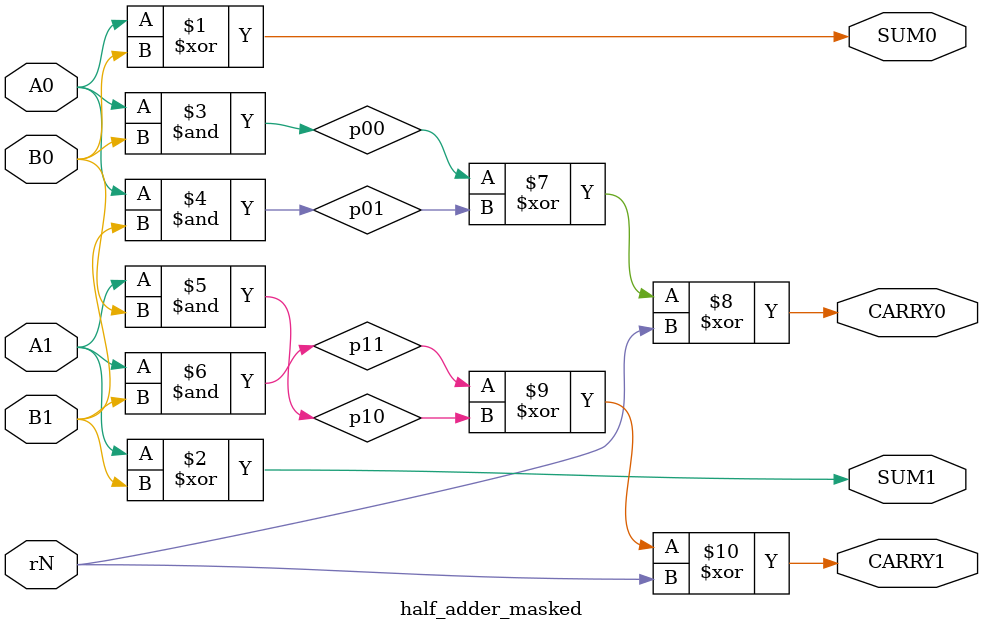
<source format=v>
module half_adder_masked (
    input  wire A0,
    input  wire A1,
    input  wire B0,
    input  wire B1,
    input  wire rN,
    output wire SUM0,
    output wire SUM1,
    output wire CARRY0,
    output wire CARRY1
);

    // Sum (linear)
    assign SUM0 = A0 ^ B0;
    assign SUM1 = A1 ^ B1;

    // Carry (masked AND)
    wire p00, p01, p10, p11;

    assign p00 = A0 & B0;
    assign p01 = A0 & B1;
    assign p10 = A1 & B0;
    assign p11 = A1 & B1;

    assign CARRY0 = p00 ^ p01 ^ rN;
    assign CARRY1 = p11 ^ p10 ^ rN;

endmodule

</source>
